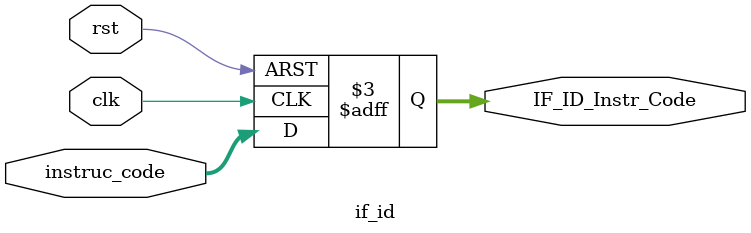
<source format=v>
`timescale 1ns / 1ps

module if_id(
    input clk,
    input rst,
    input [7:0] instruc_code,
    output reg [7:0] IF_ID_Instr_Code
    );
    
    always @(posedge clk, negedge rst) begin
        if (rst == 0)
            IF_ID_Instr_Code <= 0;
        else
            IF_ID_Instr_Code <= instruc_code;
    end
	 
endmodule

</source>
